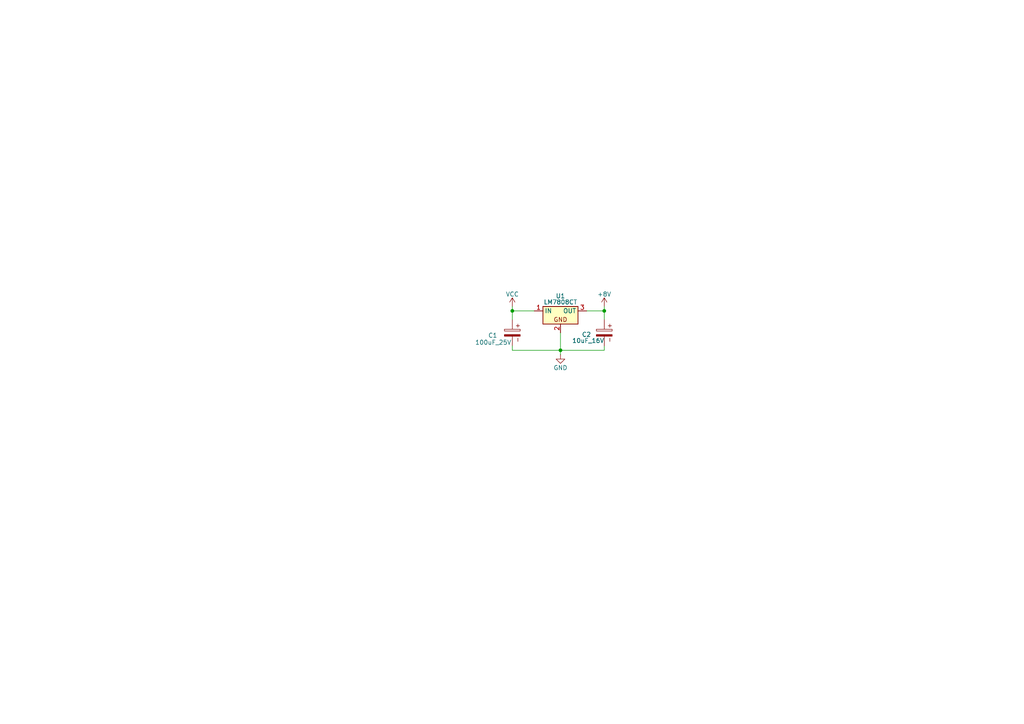
<source format=kicad_sch>
(kicad_sch (version 20250114) (generator "eeschema") (generator_version "9.0")
  (paper "A4")
  (lib_symbols
    (symbol "PCM_SL_Capacitors:100uF_25V"
      (property "Reference" "C" (at 0 7.62 0))
      (property "Value" "100uF_25V" (at 0 5.08 0))
      (symbol "100uF_25V_0_0"
        (text "+" (at -2.032 1.524 0) (effects (font (size 1.27 1.27))))
        (text "-" (at 2.032 1.524 0) (effects (font (size 1.27 1.27))))
      )
      (symbol "100uF_25V_0_1"
        (rectangle (start -1.016 -2.286) (end -0.508 2.286))
        (rectangle (start 0.508 -2.286) (end 1.016 2.286) (fill (type outline)))
      )
      (symbol "100uF_25V_1_1"
        (pin passive line (at -3.81 0 0) (length 2.7) (name "~") (number "1"))
        (pin input line (at 3.81 0 180) (length 2.7) (name "~") (number "2"))
      )
    )
    (symbol "PCM_SL_Capacitors:10uF_16V"
      (property "Reference" "C" (at 0 7.62 0))
      (property "Value" "10uF_16V" (at 0 5.08 0))
      (symbol "10uF_16V_0_0"
        (text "+" (at -2.032 1.524 0) (effects (font (size 1.27 1.27))))
        (text "-" (at 2.032 1.524 0) (effects (font (size 1.27 1.27))))
      )
      (symbol "10uF_16V_0_1"
        (rectangle (start -1.016 -2.286) (end -0.508 2.286))
        (rectangle (start 0.508 -2.286) (end 1.016 2.286) (fill (type outline)))
      )
      (symbol "10uF_16V_1_1"
        (pin passive line (at -3.81 0 0) (length 2.7) (name "~") (number "1"))
        (pin input line (at 3.81 0 180) (length 2.7) (name "~") (number "2"))
      )
    )
    (symbol "PCM_Voltage_Regulator_AKL:LM7808CT"
      (property "Reference" "U" (at 0 6.35 0))
      (property "Value" "LM7808CT" (at 0 3.81 0))
      (symbol "LM7808CT_0_0"
        (rectangle (start -5.08 1.27) (end 5.08 -3.81) (stroke (width 0.254)) (fill (type background)))
        (text "GND" (at 0 -2.54 0) (effects (font (size 1.27 1.27))))
      )
      (symbol "LM7808CT_1_1"
        (pin power_in line (at -7.62 0 0) (length 2.54) (name "IN") (number "1"))
        (pin power_in line (at 0 -6.35 90) (length 2.54) (name "~") (number "2"))
        (pin power_out line (at 7.62 0 180) (length 2.54) (name "OUT") (number "3"))
      )
    )
    (symbol "power:+8V" (power) (pin_numbers (hide yes)) (pin_names (offset 0) (hide yes))
      (property "Value" "+8V" (at 0 3.556 0))
      (symbol "+8V_0_1"
        (polyline (pts (xy -0.762 1.27) (xy 0 2.54)))
        (polyline (pts (xy 0 2.54) (xy 0.762 1.27)))
        (polyline (pts (xy 0 0) (xy 0 2.54)))
      )
      (symbol "+8V_1_1"
        (pin power_in line (at 0 0 90) (length 0) (name "~") (number "1"))
      )
    )
    (symbol "power:GND" (power) (pin_numbers (hide yes)) (pin_names (offset 0) (hide yes))
      (property "Value" "GND" (at 0 -3.81 0))
      (symbol "GND_0_1"
        (polyline (pts (xy 0 0) (xy 0 -1.27) (xy 1.27 -1.27) (xy 0 -2.54) (xy -1.27 -1.27) (xy 0 -1.27)))
      )
      (symbol "GND_1_1"
        (pin power_in line (at 0 0 270) (length 0) (name "~") (number "1"))
      )
    )
    (symbol "power:VCC" (power) (pin_numbers (hide yes)) (pin_names (offset 0) (hide yes))
      (property "Value" "VCC" (at 0 3.556 0))
      (symbol "VCC_0_1"
        (polyline (pts (xy -0.762 1.27) (xy 0 2.54)))
        (polyline (pts (xy 0 2.54) (xy 0.762 1.27)))
        (polyline (pts (xy 0 0) (xy 0 2.54)))
      )
      (symbol "VCC_1_1"
        (pin power_in line (at 0 0 90) (length 0) (name "~") (number "1"))
      )
    )
  )
  (junction (at 162.56 101.6))
  (junction (at 148.59 90.17))
  (junction (at 175.26 90.17))
  (wire (pts (xy 162.56 101.6) (xy 162.56 102.87)))
  (wire (pts (xy 148.59 90.17) (xy 154.94 90.17)))
  (wire (pts (xy 148.59 90.17) (xy 148.59 92.71)))
  (wire (pts (xy 170.18 90.17) (xy 175.26 90.17)))
  (wire (pts (xy 175.26 100.33) (xy 175.26 101.6)))
  (wire (pts (xy 148.59 100.33) (xy 148.59 101.6)))
  (wire (pts (xy 175.26 88.9) (xy 175.26 90.17)))
  (wire (pts (xy 148.59 88.9) (xy 148.59 90.17)))
  (wire (pts (xy 175.26 90.17) (xy 175.26 92.71)))
  (wire (pts (xy 148.59 101.6) (xy 162.56 101.6)))
  (wire (pts (xy 162.56 101.6) (xy 175.26 101.6)))
  (wire (pts (xy 162.56 96.52) (xy 162.56 101.6)))
  (symbol (lib_id "power:VCC") (at 148.59 88.9 0) (unit 1)
    (property "Reference" "#PWR04" (effects (hide yes)))
    (property "Value" "VCC" (at 148.59 85.344 0))
    (property "Description" "Power symbol creates a global label with name \"VCC\"" (effects (hide yes)))
  )
  (symbol (lib_id "power:+8V") (at 175.26 88.9 0) (unit 1)
    (property "Reference" "#PWR02" (effects (hide yes)))
    (property "Value" "+8V" (at 175.26 85.344 0))
    (property "Description" "Power symbol creates a global label with name \"+8V\"" (effects (hide yes)))
  )
  (symbol (lib_id "PCM_Voltage_Regulator_AKL:LM7808CT") (at 162.56 90.17 0) (unit 1)
    (property "Reference" "U1" (at 162.56 85.852 0))
    (property "Value" "LM7808CT" (at 162.56 87.63 0))
    (property "Footprint" "PCM_Package_TO_SOT_THT_AKL:TO-220-3_Vertical" (effects (hide yes)))
    (property "Datasheet" "https://datasheet.octopart.com/LM7805CT-Fairchild-datasheet-5337151.pdf" (effects (hide yes)))
    (property "Description" "TO-220 8V 1A 3-terminal voltage regulator, Alternate KiCad Library" (effects (hide yes)))
  )
  (symbol (lib_id "power:GND") (at 162.56 102.87 0) (unit 1)
    (property "Reference" "#PWR01" (effects (hide yes)))
    (property "Value" "GND" (at 162.56 106.68 0))
    (property "Description" "Power symbol creates a global label with name \"GND\" , ground" (effects (hide yes)))
  )
  (symbol (lib_id "PCM_SL_Capacitors:100uF_25V") (at 148.59 96.52 270) (unit 1)
    (property "Reference" "C1" (at 144.272 97.282 90) (effects (justify right)))
    (property "Value" "100uF_25V" (at 148.336 99.314 90) (effects (justify right)))
    (property "Footprint" "Capacitor_THT:CP_Radial_D6.3mm_P2.50mm" (effects (hide yes)))
    (property "Description" "100uF, 25V Electrolytic Capacitor" (effects (hide yes)))
  )
  (symbol (lib_id "PCM_SL_Capacitors:10uF_16V") (at 175.26 96.52 270) (unit 1)
    (property "Reference" "C2" (at 171.45 97.028 90) (effects (justify right)))
    (property "Value" "10uF_16V" (at 175.26 98.806 90) (effects (justify right)))
    (property "Footprint" "Capacitor_THT:CP_Radial_D5.0mm_P2.00mm" (effects (hide yes)))
    (property "Description" "10uF, 16V Electrolytic Capacitor" (effects (hide yes)))
  )
)
</source>
